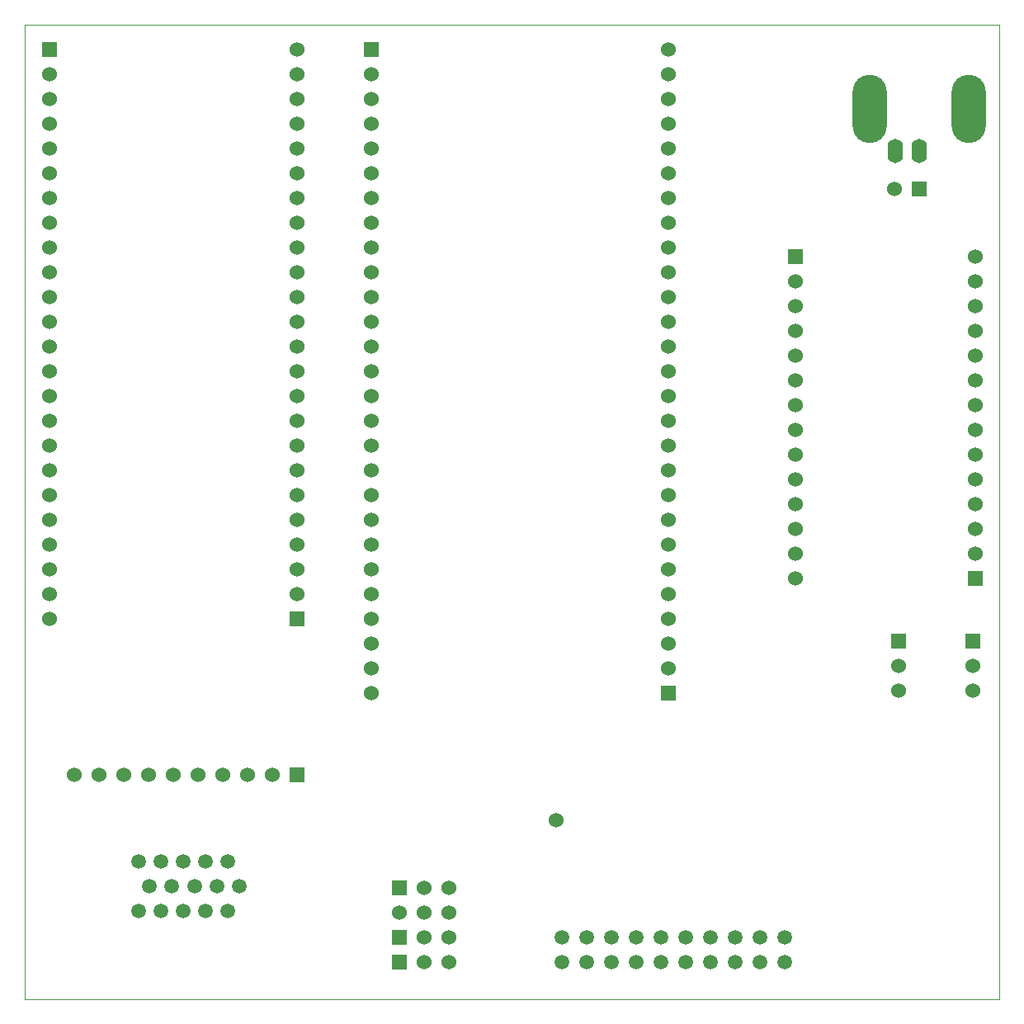
<source format=gbs>
G04 (created by PCBNEW (2013-mar-13)-testing) date Wed 17 Apr 2013 02:01:02 PM EDT*
%MOIN*%
G04 Gerber Fmt 3.4, Leading zero omitted, Abs format*
%FSLAX34Y34*%
G01*
G70*
G90*
G04 APERTURE LIST*
%ADD10C,0.006*%
%ADD11C,0.00393701*%
%ADD12R,0.06X0.06*%
%ADD13C,0.06*%
%ADD14C,0.0590551*%
%ADD15C,0.0593*%
%ADD16O,0.1378X0.2756*%
%ADD17O,0.063X0.0984*%
G04 APERTURE END LIST*
G54D10*
G54D11*
X39370Y-39370D02*
X39370Y-78740D01*
X78740Y-39370D02*
X78740Y-78740D01*
X39370Y-78740D02*
X78740Y-78740D01*
X39370Y-39370D02*
X78740Y-39370D01*
G54D12*
X50370Y-63370D03*
G54D13*
X50370Y-62370D03*
X50370Y-61370D03*
X50370Y-60370D03*
X50370Y-59370D03*
X50370Y-58370D03*
X50370Y-57370D03*
X50370Y-56370D03*
X50370Y-55370D03*
X50370Y-54370D03*
X50370Y-53370D03*
X50370Y-52370D03*
X50370Y-51370D03*
X50370Y-50370D03*
X50370Y-49370D03*
X50370Y-48370D03*
X50370Y-47370D03*
X50370Y-46370D03*
X50370Y-45370D03*
X50370Y-44370D03*
X50370Y-43370D03*
X50370Y-42370D03*
X50370Y-41370D03*
X50370Y-40370D03*
G54D12*
X40370Y-40370D03*
G54D13*
X40370Y-41370D03*
X40370Y-42370D03*
X40370Y-43370D03*
X40370Y-44370D03*
X40370Y-45370D03*
X40370Y-46370D03*
X40370Y-47370D03*
X40370Y-48370D03*
X40370Y-49370D03*
X40370Y-50370D03*
X40370Y-51370D03*
X40370Y-52370D03*
X40370Y-53370D03*
X40370Y-54370D03*
X40370Y-55370D03*
X40370Y-56370D03*
X40370Y-57370D03*
X40370Y-58370D03*
X40370Y-59370D03*
X40370Y-60370D03*
X40370Y-61370D03*
X40370Y-62370D03*
X40370Y-63370D03*
G54D12*
X50370Y-69688D03*
G54D13*
X49370Y-69688D03*
X48370Y-69688D03*
X47370Y-69688D03*
X46370Y-69688D03*
X45370Y-69688D03*
X44370Y-69688D03*
X43370Y-69688D03*
X42370Y-69688D03*
X41370Y-69688D03*
G54D14*
X47570Y-73188D03*
X46669Y-73188D03*
X45771Y-73188D03*
X44866Y-73188D03*
X43964Y-73188D03*
X48019Y-74188D03*
X47118Y-74188D03*
X46216Y-74188D03*
X45314Y-74188D03*
X44413Y-74188D03*
X47570Y-75188D03*
X46669Y-75188D03*
X45771Y-75188D03*
X44866Y-75188D03*
X43964Y-75188D03*
G54D12*
X65370Y-66370D03*
G54D13*
X65370Y-65370D03*
X65370Y-64370D03*
X65370Y-63370D03*
X65370Y-62370D03*
X65370Y-61370D03*
X65370Y-60370D03*
X65370Y-59370D03*
X65370Y-58370D03*
X65370Y-57370D03*
X65370Y-56370D03*
X65370Y-55370D03*
X65370Y-54370D03*
X65370Y-53370D03*
X65370Y-52370D03*
X65370Y-51370D03*
X65370Y-50370D03*
X65370Y-49370D03*
X65370Y-48370D03*
X65370Y-47370D03*
X65370Y-46370D03*
X65370Y-45370D03*
X65370Y-44370D03*
X65370Y-43370D03*
X65370Y-42370D03*
X65370Y-41370D03*
X65370Y-40370D03*
G54D12*
X53370Y-40370D03*
G54D13*
X53370Y-41370D03*
X53370Y-42370D03*
X53370Y-43370D03*
X53370Y-44370D03*
X53370Y-45370D03*
X53370Y-46370D03*
X53370Y-47370D03*
X53370Y-48370D03*
X53370Y-49370D03*
X53370Y-50370D03*
X53370Y-51370D03*
X53370Y-52370D03*
X53370Y-53370D03*
X53370Y-54370D03*
X53370Y-55370D03*
X53370Y-56370D03*
X53370Y-57370D03*
X53370Y-58370D03*
X53370Y-59370D03*
X53370Y-60370D03*
X53370Y-61370D03*
X53370Y-62370D03*
X53370Y-63370D03*
X53370Y-64370D03*
X53370Y-65370D03*
X53370Y-66370D03*
G54D12*
X54500Y-77250D03*
G54D13*
X55500Y-77250D03*
X56500Y-77250D03*
G54D12*
X54500Y-74250D03*
G54D13*
X55500Y-74250D03*
X56500Y-74250D03*
G54D12*
X54500Y-76250D03*
G54D13*
X54500Y-75250D03*
X55500Y-76250D03*
X55500Y-75250D03*
X56500Y-76250D03*
X56500Y-75250D03*
X60816Y-71511D03*
G54D15*
X61066Y-77261D03*
X61066Y-76261D03*
X62066Y-77261D03*
X62066Y-76261D03*
X63066Y-77261D03*
X63066Y-76261D03*
X64066Y-77261D03*
X64066Y-76261D03*
X65066Y-77261D03*
X65066Y-76261D03*
X66066Y-77261D03*
X66066Y-76261D03*
X67066Y-77261D03*
X67066Y-76261D03*
X68066Y-77261D03*
X68066Y-76261D03*
X69066Y-77261D03*
X69066Y-76261D03*
X70066Y-77261D03*
X70066Y-76261D03*
G54D12*
X75500Y-46000D03*
G54D13*
X74500Y-46000D03*
G54D16*
X73493Y-42790D03*
X77508Y-42790D03*
G54D17*
X75500Y-44469D03*
X74516Y-44469D03*
G54D12*
X70500Y-48750D03*
G54D13*
X70500Y-49750D03*
X70500Y-50750D03*
X70500Y-51750D03*
X70500Y-52750D03*
X70500Y-53750D03*
X70500Y-54750D03*
X70500Y-55750D03*
X70500Y-56750D03*
X70500Y-57750D03*
X70500Y-58750D03*
X70500Y-59750D03*
X70500Y-60750D03*
X70500Y-61750D03*
G54D12*
X77750Y-61750D03*
G54D13*
X77750Y-60750D03*
X77750Y-59750D03*
X77750Y-58750D03*
X77750Y-57750D03*
X77750Y-56750D03*
X77750Y-55750D03*
X77750Y-54750D03*
X77750Y-53750D03*
X77750Y-52750D03*
X77750Y-51750D03*
X77750Y-50750D03*
X77750Y-49750D03*
X77750Y-48750D03*
G54D12*
X74671Y-64270D03*
G54D13*
X74671Y-65270D03*
X74671Y-66270D03*
G54D12*
X77671Y-64270D03*
G54D13*
X77671Y-65270D03*
X77671Y-66270D03*
M02*

</source>
